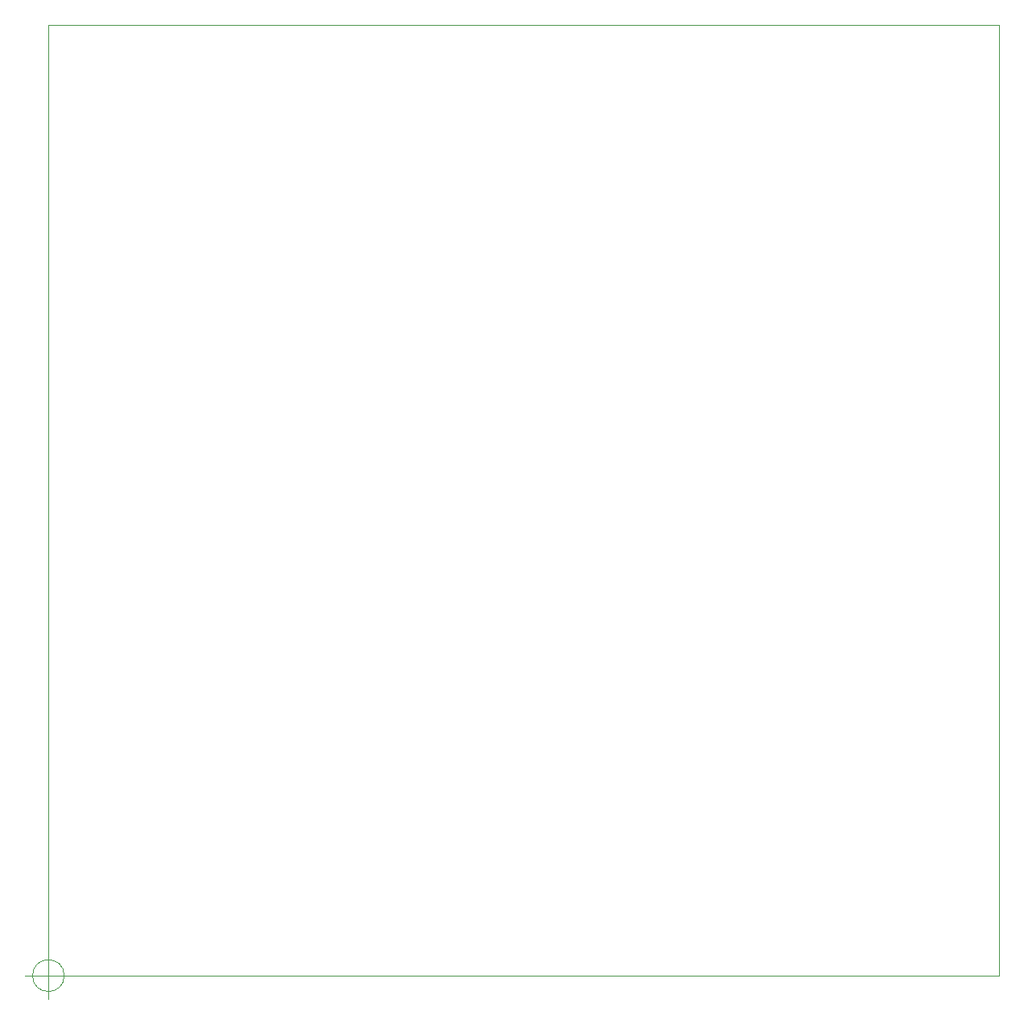
<source format=gm1>
G04 #@! TF.GenerationSoftware,KiCad,Pcbnew,(5.1.9-0-10_14)*
G04 #@! TF.CreationDate,2022-04-29T11:46:03+09:00*
G04 #@! TF.ProjectId,FreeDSP_Catamaran,46726565-4453-4505-9f43-6174616d6172,rev?*
G04 #@! TF.SameCoordinates,Original*
G04 #@! TF.FileFunction,Profile,NP*
%FSLAX46Y46*%
G04 Gerber Fmt 4.6, Leading zero omitted, Abs format (unit mm)*
G04 Created by KiCad (PCBNEW (5.1.9-0-10_14)) date 2022-04-29 11:46:03*
%MOMM*%
%LPD*%
G01*
G04 APERTURE LIST*
G04 #@! TA.AperFunction,Profile*
%ADD10C,0.050000*%
G04 #@! TD*
G04 APERTURE END LIST*
D10*
X51666666Y-140000000D02*
G75*
G03*
X51666666Y-140000000I-1666666J0D01*
G01*
X47500000Y-140000000D02*
X52500000Y-140000000D01*
X50000000Y-137500000D02*
X50000000Y-142500000D01*
X150000000Y-40000000D02*
X50000000Y-40000000D01*
X150000000Y-140000000D02*
X150000000Y-40000000D01*
X50000000Y-140000000D02*
X150000000Y-140000000D01*
X50000000Y-40000000D02*
X50000000Y-140000000D01*
M02*

</source>
